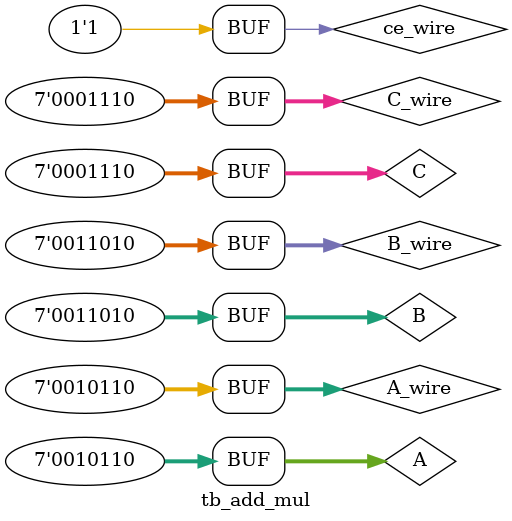
<source format=v>
`timescale 1ns / 1ps
module clock (output clk);
    reg reg_clk;
    
    initial reg_clk=0;
    always #1 reg_clk = ~reg_clk;
    
    assign clk = reg_clk;
endmodule // end clock module

//---------------------------------------------------------------------------------

module tb_add_mul(
    );
    localparam n = 5;
    reg signed [n+1:0] A = 0;
    reg signed [n+1:0] B = 0;
    reg signed [n+1:0] C = 0;
    wire clk_wire;
    wire ce_wire = 1;
    wire signed [n+1:0] A_wire;
    wire signed [n+1:0] B_wire;
    wire signed [n+1:0] C_wire;
    wire signed [2*(n+2):0] Y_wire;
    
    initial begin
        A <= 7'b0010110;
        B <= 7'b0011010;
        C <= 7'b0001110;
    end
    
    clock clock_instance (.clk(clk_wire));
    add_mul #(.N_BITS_PRECISION(n)) add_mul_proc (.A(A_wire),
                                                  .B(B_wire),
                                                  .C(C_wire),
                                                  .Y(Y_wire),
                                                  .clk(clk_wire),
                                                  .ce(ce_wire));
    assign A_wire = A;
    assign B_wire = B;
    assign C_wire = C;                                          
endmodule

</source>
